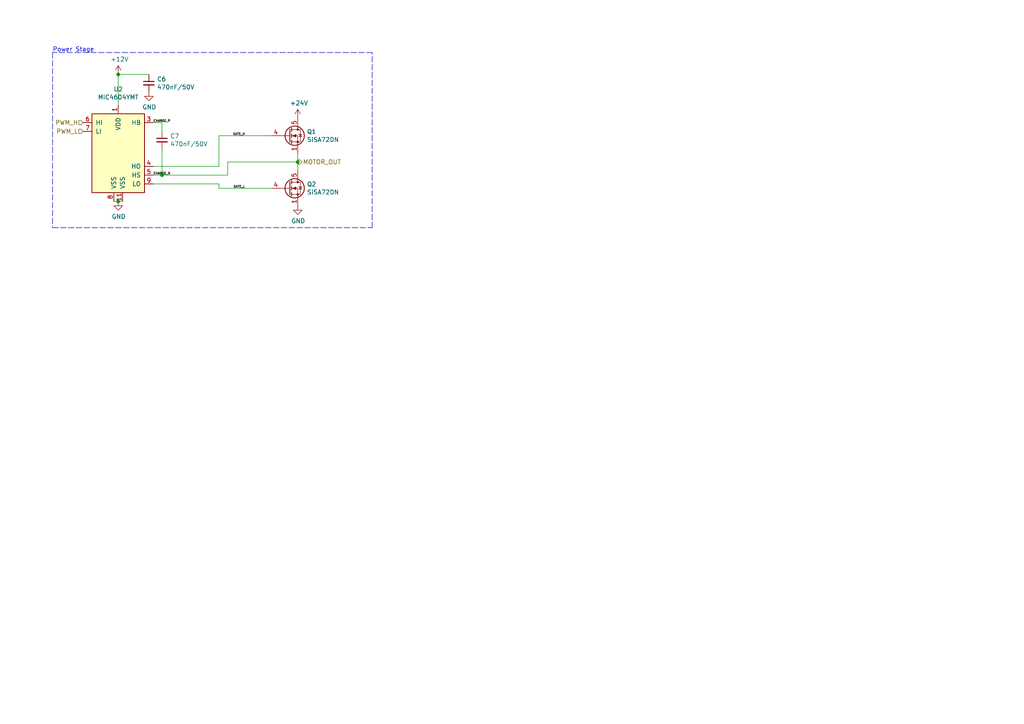
<source format=kicad_sch>
(kicad_sch (version 20211123) (generator eeschema)
  (paper "A4")
  (title_block (title "Power Stage") (date "2021-02-06") (rev "1") (company "luhbots"))
  (lib_symbols
    (symbol "Device:C_Small" (pin_numbers hide) (pin_names (offset 0.254) hide)
      (property "Reference" "C" (at 0.254 1.778 0))
      (property "Value" "C_Small" (at 0.254 -2.032 0))
      (symbol "C_Small_0_1"
        (polyline (pts (xy -1.524 -0.508) (xy 1.524 -0.508)) (stroke (width 0.3302)))
        (polyline (pts (xy -1.524 0.508) (xy 1.524 0.508)) (stroke (width 0.3048)))
      )
      (symbol "C_Small_1_1"
        (pin passive line (at 0 2.54 270) (length 2.032) (name "~") (number "1"))
        (pin passive line (at 0 -2.54 90) (length 2.032) (name "~") (number "2"))
      )
    )
    (symbol "ESC-rescue:MIC4604YMT-Driver_FET" (pin_names (offset 1.016))
      (property "Reference" "U" (at -8.89 -8.89 0))
      (property "Value" "MIC4604YMT-Driver_FET" (at -13.97 -11.43 0))
      (symbol "MIC4604YMT-Driver_FET_1_1"
        (rectangle (start -7.62 -12.7) (end 7.62 10.16) (stroke (width 0.254)) (fill (type background)))
        (pin power_in line (at 0 12.7 270) (length 2.54) (name "VDD") (number "1"))
        (pin power_in line (at 1.27 -15.24 90) (length 2.54) (name "VSS") (number "11"))
        (pin passive line (at 10.16 7.62 180) (length 2.54) (name "HB") (number "3"))
        (pin output line (at 10.16 -5.08 180) (length 2.54) (name "HO") (number "4"))
        (pin passive line (at 10.16 -7.62 180) (length 2.54) (name "HS") (number "5"))
        (pin input line (at -10.16 7.62 0) (length 2.54) (name "HI") (number "6"))
        (pin input line (at -10.16 5.08 0) (length 2.54) (name "LI") (number "7"))
        (pin power_in line (at -1.27 -15.24 90) (length 2.54) (name "VSS") (number "8"))
        (pin output line (at 10.16 -10.16 180) (length 2.54) (name "LO") (number "9"))
      )
    )
    (symbol "Transistor_FET:SiS454DN" (pin_names hide)
      (property "Reference" "Q" (at 5.08 1.905 0))
      (property "Value" "SiS454DN" (at 5.08 0 0))
      (symbol "SiS454DN_0_1"
        (polyline (pts (xy 0.254 0) (xy -2.54 0)))
        (polyline (pts (xy 0.254 1.905) (xy 0.254 -1.905)) (stroke (width 0.254)))
        (polyline (pts (xy 0.762 -1.27) (xy 0.762 -2.286)) (stroke (width 0.254)))
        (polyline (pts (xy 0.762 0.508) (xy 0.762 -0.508)) (stroke (width 0.254)))
        (polyline (pts (xy 0.762 2.286) (xy 0.762 1.27)) (stroke (width 0.254)))
        (polyline (pts (xy 2.54 2.54) (xy 2.54 1.778)))
        (polyline (pts (xy 2.54 -2.54) (xy 2.54 0) (xy 0.762 0)))
        (polyline (pts (xy 0.762 -1.778) (xy 3.302 -1.778) (xy 3.302 1.778) (xy 0.762 1.778)))
        (polyline (pts (xy 1.016 0) (xy 2.032 0.381) (xy 2.032 -0.381) (xy 1.016 0)) (fill (type outline)))
        (polyline (pts (xy 2.794 0.508) (xy 2.921 0.381) (xy 3.683 0.381) (xy 3.81 0.254)))
        (polyline (pts (xy 3.302 0.381) (xy 2.921 -0.254) (xy 3.683 -0.254) (xy 3.302 0.381)))
        (circle (center 1.651 0) (radius 2.794) (stroke (width 0.254)))
        (circle (center 2.54 -1.778) (radius 0.254) (fill (type outline)))
        (circle (center 2.54 1.778) (radius 0.254) (fill (type outline)))
      )
      (symbol "SiS454DN_1_1"
        (pin passive line (at 2.54 -5.08 90) (length 2.54) (name "S") (number "1"))
        (pin passive line (at 2.54 -5.08 90) (length 2.54) hide (name "S") (number "2"))
        (pin passive line (at 2.54 -5.08 90) (length 2.54) hide (name "S") (number "3"))
        (pin input line (at -5.08 0 0) (length 2.54) (name "G") (number "4"))
        (pin passive line (at 2.54 5.08 270) (length 2.54) (name "D") (number "5"))
      )
    )
    (symbol "power:+12V" (power) (pin_names (offset 0))
      (property "Value" "+12V" (at 0 3.556 0))
      (symbol "+12V_0_1"
        (polyline (pts (xy -0.762 1.27) (xy 0 2.54)))
        (polyline (pts (xy 0 0) (xy 0 2.54)))
        (polyline (pts (xy 0 2.54) (xy 0.762 1.27)))
      )
      (symbol "+12V_1_1"
        (pin power_in line (at 0 0 90) (length 0) hide (name "+12V") (number "1"))
      )
    )
    (symbol "power:+24V" (power) (pin_names (offset 0))
      (property "Value" "+24V" (at 0 3.556 0))
      (symbol "+24V_0_1"
        (polyline (pts (xy -0.762 1.27) (xy 0 2.54)))
        (polyline (pts (xy 0 0) (xy 0 2.54)))
        (polyline (pts (xy 0 2.54) (xy 0.762 1.27)))
      )
      (symbol "+24V_1_1"
        (pin power_in line (at 0 0 90) (length 0) hide (name "+24V") (number "1"))
      )
    )
    (symbol "power:GND" (power) (pin_names (offset 0))
      (property "Value" "GND" (at 0 -3.81 0))
      (symbol "GND_0_1"
        (polyline (pts (xy 0 0) (xy 0 -1.27) (xy 1.27 -1.27) (xy 0 -2.54) (xy -1.27 -1.27) (xy 0 -1.27)))
      )
      (symbol "GND_1_1"
        (pin power_in line (at 0 0 270) (length 0) hide (name "GND") (number "1"))
      )
    )
  )
  (junction (at 46.99 50.8))
  (junction (at 34.29 58.42))
  (junction (at 86.36 46.99))
  (junction (at 34.29 21.59))
  (polyline (pts (xy 15.24 66.04) (xy 107.95 66.04)))
  (wire (pts (xy 63.5 48.26) (xy 63.5 39.37)))
  (wire (pts (xy 46.99 43.18) (xy 46.99 50.8)))
  (wire (pts (xy 86.36 46.99) (xy 86.36 44.45)))
  (wire (pts (xy 63.5 53.34) (xy 63.5 54.61)))
  (polyline (pts (xy 107.95 15.24) (xy 15.24 15.24)))
  (wire (pts (xy 44.45 48.26) (xy 63.5 48.26)))
  (wire (pts (xy 66.04 46.99) (xy 86.36 46.99)))
  (wire (pts (xy 46.99 38.1) (xy 46.99 35.56)))
  (wire (pts (xy 44.45 53.34) (xy 63.5 53.34)))
  (wire (pts (xy 34.29 58.42) (xy 35.56 58.42)))
  (polyline (pts (xy 15.24 15.24) (xy 15.24 66.04)))
  (wire (pts (xy 46.99 35.56) (xy 44.45 35.56)))
  (wire (pts (xy 46.99 50.8) (xy 66.04 50.8)))
  (wire (pts (xy 43.18 21.59) (xy 34.29 21.59)))
  (wire (pts (xy 63.5 39.37) (xy 78.74 39.37)))
  (wire (pts (xy 66.04 50.8) (xy 66.04 46.99)))
  (wire (pts (xy 34.29 21.59) (xy 34.29 30.48)))
  (polyline (pts (xy 107.95 66.04) (xy 107.95 15.24)))
  (wire (pts (xy 63.5 54.61) (xy 78.74 54.61)))
  (wire (pts (xy 33.02 58.42) (xy 34.29 58.42)))
  (wire (pts (xy 46.99 50.8) (xy 44.45 50.8)))
  (wire (pts (xy 86.36 49.53) (xy 86.36 46.99)))
  (text "Power Stage" (at 15.24 15.24 0) (effects (font (size 1.27 1.27)) (justify left bottom)))
  (label "GATE_L" (at 71.12 54.61 180) (effects (font (size 0.635 0.635))))
  (label "CHARGE_P" (at 44.45 35.56 0) (effects (font (size 0.635 0.635))))
  (label "GATE_H" (at 71.12 39.37 180) (effects (font (size 0.635 0.635))))
  (label "CHARGE_N" (at 44.45 50.8 0) (effects (font (size 0.635 0.635))))
  (hierarchical_label "PWM_L" (shape input) (at 24.13 38.1 180))
  (hierarchical_label "PWM_H" (shape input) (at 24.13 35.56 180))
  (hierarchical_label "MOTOR_OUT" (shape output) (at 86.36 46.99 0))
  (symbol (lib_id "power:GND") (at 86.36 59.69 0) (unit 1)
    (property "Reference" "#PWR0125" (effects hide))
    (property "Value" "GND" (at 86.487 64.0842 0))
  )
  (symbol (lib_id "power:+24V") (at 86.36 34.29 0) (unit 1)
    (property "Reference" "#PWR0126" (effects hide))
    (property "Value" "+24V" (at 86.741 29.8958 0))
  )
  (symbol (lib_id "power:+12V") (at 34.29 21.59 0) (unit 1)
    (property "Reference" "#PWR0122" (effects hide))
    (property "Value" "+12V" (at 34.671 17.1958 0))
  )
  (symbol (lib_id "power:GND") (at 34.29 58.42 0) (unit 1)
    (property "Reference" "#PWR0123" (effects hide))
    (property "Value" "GND" (at 34.417 62.8142 0))
  )
  (symbol (lib_id "Device:C_Small") (at 43.18 24.13 0) (unit 1)
    (property "Reference" "C6" (at 45.5168 22.9616 0) (effects (justify left)))
    (property "Value" "470nF/50V" (at 45.5168 25.273 0) (effects (justify left)))
    (property "Footprint" "Capacitor_SMD:C_0402_1005Metric" (effects hide))
  )
  (symbol (lib_id "power:GND") (at 43.18 26.67 0) (unit 1)
    (property "Reference" "#PWR0124" (effects hide))
    (property "Value" "GND" (at 43.307 31.0642 0))
  )
  (symbol (lib_id "Device:C_Small") (at 46.99 40.64 0) (unit 1)
    (property "Reference" "C7" (at 49.3268 39.4716 0) (effects (justify left)))
    (property "Value" "470nF/50V" (at 49.3268 41.783 0) (effects (justify left)))
    (property "Footprint" "Capacitor_SMD:C_0402_1005Metric" (effects hide))
  )
  (symbol (lib_id "Transistor_FET:SiS454DN") (at 83.82 39.37 0) (unit 1)
    (property "Reference" "Q1" (at 89.0016 38.2016 0) (effects (justify left)))
    (property "Value" "SiSA72DN" (at 89.0016 40.513 0) (effects (justify left)))
    (property "Footprint" "Package_SO:Vishay_PowerPAK_1212-8_Single" (effects hide))
    (property "Datasheet" "https://www.vishay.com/docs/66707/sis454dn.pdf" (effects hide))
  )
  (symbol (lib_id "Transistor_FET:SiS454DN") (at 83.82 54.61 0) (unit 1)
    (property "Reference" "Q2" (at 89.0016 53.4416 0) (effects (justify left)))
    (property "Value" "SiSA72DN" (at 89.0016 55.753 0) (effects (justify left)))
    (property "Footprint" "Package_SO:Vishay_PowerPAK_1212-8_Single" (effects hide))
    (property "Datasheet" "https://www.vishay.com/docs/66707/sis454dn.pdf" (effects hide))
  )
  (symbol (lib_id "ESC-rescue:MIC4604YMT-Driver_FET") (at 34.29 43.18 0) (unit 1)
    (property "Reference" "U2" (at 34.29 25.8826 0))
    (property "Value" "MIC4604YMT" (at 34.29 28.194 0))
    (property "Footprint" "motordrivers2020:TDFN-10_2.5mmx2.5mm" (effects hide))
  )
)
</source>
